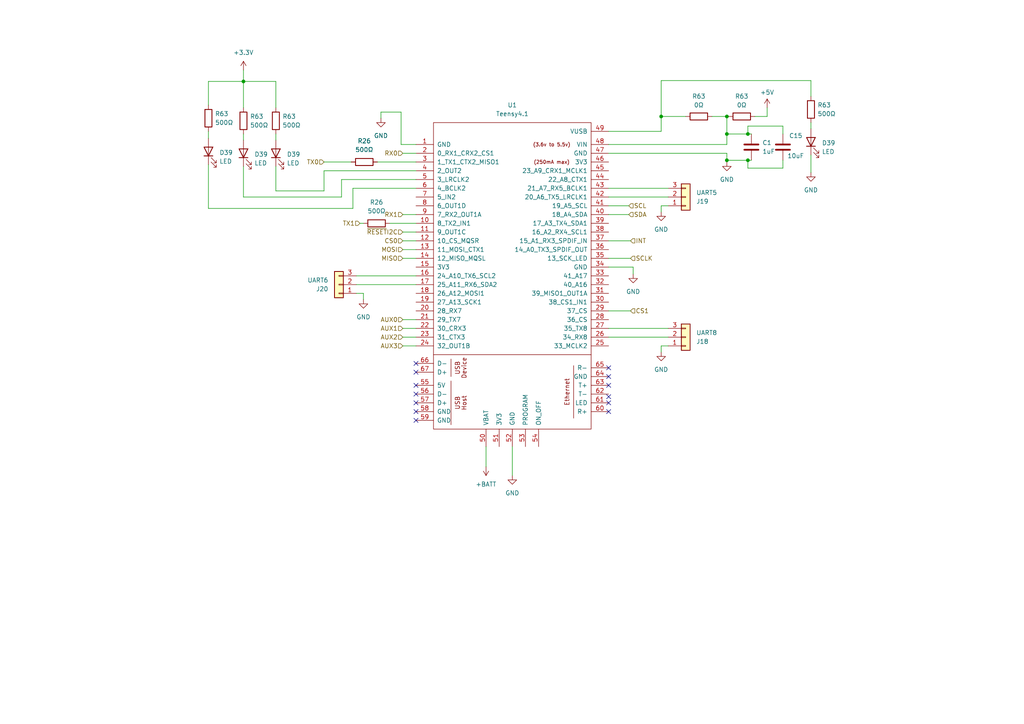
<source format=kicad_sch>
(kicad_sch (version 20230121) (generator eeschema)
  (paper "A4")
  (lib_symbols
    (symbol "Connector_Generic:Conn_01x03" (pin_names (offset 1.016) hide)
      (property "Reference" "J" (at 0 5.08 0))
      (property "Value" "Conn_01x03" (at 0 -5.08 0))
      (symbol "Conn_01x03_1_1"
        (rectangle (start -1.27 -2.413) (end 0 -2.667) (stroke (width 0.1524)))
        (rectangle (start -1.27 0.127) (end 0 -0.127) (stroke (width 0.1524)))
        (rectangle (start -1.27 2.667) (end 0 2.413) (stroke (width 0.1524)))
        (rectangle (start -1.27 3.81) (end 1.27 -3.81) (stroke (width 0.254)) (fill (type background)))
        (pin passive line (at -5.08 2.54 0) (length 3.81) (name "Pin_1") (number "1"))
        (pin passive line (at -5.08 0 0) (length 3.81) (name "Pin_2") (number "2"))
        (pin passive line (at -5.08 -2.54 0) (length 3.81) (name "Pin_3") (number "3"))
      )
    )
    (symbol "Device:C" (pin_numbers hide) (pin_names (offset 0.254))
      (property "Reference" "C" (at 0.635 2.54 0))
      (property "Value" "C" (at 0.635 -2.54 0))
      (symbol "C_0_1"
        (polyline (pts (xy -2.032 -0.762) (xy 2.032 -0.762)) (stroke (width 0.508)))
        (polyline (pts (xy -2.032 0.762) (xy 2.032 0.762)) (stroke (width 0.508)))
      )
      (symbol "C_1_1"
        (pin passive line (at 0 3.81 270) (length 2.794) (name "~") (number "1"))
        (pin passive line (at 0 -3.81 90) (length 2.794) (name "~") (number "2"))
      )
    )
    (symbol "Device:LED" (pin_numbers hide) (pin_names (offset 1.016) hide)
      (property "Reference" "D" (at 0 2.54 0))
      (property "Value" "LED" (at 0 -2.54 0))
      (symbol "LED_0_1"
        (polyline (pts (xy -1.27 -1.27) (xy -1.27 1.27)) (stroke (width 0.254)))
        (polyline (pts (xy -1.27 0) (xy 1.27 0)))
        (polyline (pts (xy 1.27 -1.27) (xy 1.27 1.27) (xy -1.27 0) (xy 1.27 -1.27)) (stroke (width 0.254)))
        (polyline (pts (xy -3.048 -0.762) (xy -4.572 -2.286) (xy -3.81 -2.286) (xy -4.572 -2.286) (xy -4.572 -1.524)))
        (polyline (pts (xy -1.778 -0.762) (xy -3.302 -2.286) (xy -2.54 -2.286) (xy -3.302 -2.286) (xy -3.302 -1.524)))
      )
      (symbol "LED_1_1"
        (pin passive line (at -3.81 0 0) (length 2.54) (name "K") (number "1"))
        (pin passive line (at 3.81 0 180) (length 2.54) (name "A") (number "2"))
      )
    )
    (symbol "Device:R" (pin_numbers hide) (pin_names (offset 0))
      (property "Reference" "R" (at 2.032 0 90))
      (property "Value" "R" (at 0 0 90))
      (symbol "R_0_1"
        (rectangle (start -1.016 -2.54) (end 1.016 2.54) (stroke (width 0.254)))
      )
      (symbol "R_1_1"
        (pin passive line (at 0 3.81 270) (length 1.27) (name "~") (number "1"))
        (pin passive line (at 0 -3.81 90) (length 1.27) (name "~") (number "2"))
      )
    )
    (symbol "Teensy:Teensy4.1" (pin_names (offset 1.016))
      (property "Reference" "U" (at 0 64.77 0))
      (property "Value" "Teensy4.1" (at 0 62.23 0))
      (symbol "Teensy4.1_0_0"
        (polyline (pts (xy -22.86 -6.35) (xy 22.86 -6.35)))
        (polyline (pts (xy -17.78 -26.67) (xy -17.78 -13.97)))
        (polyline (pts (xy -17.78 -7.62) (xy -17.78 -12.7)))
        (polyline (pts (xy 17.78 -9.525) (xy 17.78 -24.765)))
        (text "(250mA max)" (at 11.43 49.53 0) (effects (font (size 1.016 1.016))))
        (text "(3.6v to 5.5v)" (at 11.43 54.61 0) (effects (font (size 1.016 1.016))))
        (text "Device" (at -13.97 -10.16 900) (effects (font (size 1.27 1.27))))
        (text "Ethernet" (at 15.875 -17.145 900) (effects (font (size 1.27 1.27))))
        (text "Host" (at -13.97 -20.32 900) (effects (font (size 1.27 1.27))))
        (text "USB" (at -15.875 -20.32 900) (effects (font (size 1.27 1.27))))
        (text "USB" (at -15.875 -10.16 900) (effects (font (size 1.27 1.27))))
        (pin bidirectional line (at -27.94 31.75 0) (length 5.08) (name "8_TX2_IN1") (number "10"))
        (pin bidirectional line (at -27.94 29.21 0) (length 5.08) (name "9_OUT1C") (number "11"))
        (pin bidirectional line (at -27.94 26.67 0) (length 5.08) (name "10_CS_MQSR") (number "12"))
        (pin bidirectional line (at -27.94 24.13 0) (length 5.08) (name "11_MOSI_CTX1") (number "13"))
        (pin bidirectional line (at -27.94 21.59 0) (length 5.08) (name "12_MISO_MQSL") (number "14"))
        (pin power_in line (at -27.94 19.05 0) (length 5.08) (name "3V3") (number "15"))
        (pin bidirectional line (at -27.94 16.51 0) (length 5.08) (name "24_A10_TX6_SCL2") (number "16"))
        (pin bidirectional line (at -27.94 13.97 0) (length 5.08) (name "25_A11_RX6_SDA2") (number "17"))
        (pin bidirectional line (at -27.94 11.43 0) (length 5.08) (name "26_A12_MOSI1") (number "18"))
        (pin bidirectional line (at -27.94 8.89 0) (length 5.08) (name "27_A13_SCK1") (number "19"))
        (pin bidirectional line (at -27.94 6.35 0) (length 5.08) (name "28_RX7") (number "20"))
        (pin bidirectional line (at -27.94 3.81 0) (length 5.08) (name "29_TX7") (number "21"))
        (pin bidirectional line (at -27.94 1.27 0) (length 5.08) (name "30_CRX3") (number "22"))
        (pin bidirectional line (at -27.94 -1.27 0) (length 5.08) (name "31_CTX3") (number "23"))
        (pin bidirectional line (at -27.94 -3.81 0) (length 5.08) (name "32_OUT1B") (number "24"))
        (pin bidirectional line (at 27.94 -3.81 180) (length 5.08) (name "33_MCLK2") (number "25"))
        (pin bidirectional line (at 27.94 -1.27 180) (length 5.08) (name "34_RX8") (number "26"))
        (pin bidirectional line (at 27.94 1.27 180) (length 5.08) (name "35_TX8") (number "27"))
        (pin bidirectional line (at 27.94 3.81 180) (length 5.08) (name "36_CS") (number "28"))
        (pin bidirectional line (at 27.94 6.35 180) (length 5.08) (name "37_CS") (number "29"))
        (pin bidirectional line (at 27.94 8.89 180) (length 5.08) (name "38_CS1_IN1") (number "30"))
        (pin bidirectional line (at 27.94 11.43 180) (length 5.08) (name "39_MISO1_OUT1A") (number "31"))
        (pin bidirectional line (at 27.94 13.97 180) (length 5.08) (name "40_A16") (number "32"))
        (pin bidirectional line (at 27.94 16.51 180) (length 5.08) (name "41_A17") (number "33"))
        (pin bidirectional line (at 27.94 21.59 180) (length 5.08) (name "13_SCK_LED") (number "35"))
        (pin bidirectional line (at 27.94 24.13 180) (length 5.08) (name "14_A0_TX3_SPDIF_OUT") (number "36"))
        (pin bidirectional line (at 27.94 26.67 180) (length 5.08) (name "15_A1_RX3_SPDIF_IN") (number "37"))
        (pin bidirectional line (at 27.94 29.21 180) (length 5.08) (name "16_A2_RX4_SCL1") (number "38"))
        (pin bidirectional line (at 27.94 31.75 180) (length 5.08) (name "17_A3_TX4_SDA1") (number "39"))
        (pin bidirectional line (at 27.94 34.29 180) (length 5.08) (name "18_A4_SDA") (number "40"))
        (pin bidirectional line (at 27.94 36.83 180) (length 5.08) (name "19_A5_SCL") (number "41"))
        (pin bidirectional line (at 27.94 39.37 180) (length 5.08) (name "20_A6_TX5_LRCLK1") (number "42"))
        (pin bidirectional line (at 27.94 41.91 180) (length 5.08) (name "21_A7_RX5_BCLK1") (number "43"))
        (pin bidirectional line (at 27.94 44.45 180) (length 5.08) (name "22_A8_CTX1") (number "44"))
        (pin bidirectional line (at 27.94 46.99 180) (length 5.08) (name "23_A9_CRX1_MCLK1") (number "45"))
        (pin output line (at 27.94 49.53 180) (length 5.08) (name "3V3") (number "46"))
        (pin output line (at 27.94 52.07 180) (length 5.08) (name "GND") (number "47"))
        (pin power_in line (at 27.94 54.61 180) (length 5.08) (name "VIN") (number "48"))
        (pin power_out line (at 27.94 58.42 180) (length 5.08) (name "VUSB") (number "49"))
        (pin bidirectional line (at -27.94 44.45 0) (length 5.08) (name "3_LRCLK2") (number "5"))
        (pin power_in line (at -7.62 -33.02 90) (length 5.08) (name "VBAT") (number "50"))
        (pin power_in line (at -3.81 -33.02 90) (length 5.08) (name "3V3") (number "51"))
        (pin input line (at 0 -33.02 90) (length 5.08) (name "GND") (number "52"))
        (pin input line (at 3.81 -33.02 90) (length 5.08) (name "PROGRAM") (number "53"))
        (pin input line (at 7.62 -33.02 90) (length 5.08) (name "ON_OFF") (number "54"))
        (pin power_out line (at -27.94 -15.24 0) (length 5.08) (name "5V") (number "55"))
        (pin bidirectional line (at -27.94 -17.78 0) (length 5.08) (name "D-") (number "56"))
        (pin bidirectional line (at -27.94 -20.32 0) (length 5.08) (name "D+") (number "57"))
        (pin power_in line (at -27.94 -22.86 0) (length 5.08) (name "GND") (number "58"))
        (pin power_in line (at -27.94 -25.4 0) (length 5.08) (name "GND") (number "59"))
        (pin bidirectional line (at -27.94 41.91 0) (length 5.08) (name "4_BCLK2") (number "6"))
        (pin bidirectional line (at 27.94 -22.86 180) (length 5.08) (name "R+") (number "60"))
        (pin bidirectional line (at 27.94 -20.32 180) (length 5.08) (name "LED") (number "61"))
        (pin bidirectional line (at 27.94 -17.78 180) (length 5.08) (name "T-") (number "62"))
        (pin bidirectional line (at 27.94 -15.24 180) (length 5.08) (name "T+") (number "63"))
        (pin power_in line (at 27.94 -12.7 180) (length 5.08) (name "GND") (number "64"))
        (pin bidirectional line (at 27.94 -10.16 180) (length 5.08) (name "R-") (number "65"))
        (pin bidirectional line (at -27.94 -8.89 0) (length 5.08) (name "D-") (number "66"))
        (pin bidirectional line (at -27.94 -11.43 0) (length 5.08) (name "D+") (number "67"))
        (pin bidirectional line (at -27.94 39.37 0) (length 5.08) (name "5_IN2") (number "7"))
        (pin bidirectional line (at -27.94 36.83 0) (length 5.08) (name "6_OUT1D") (number "8"))
        (pin bidirectional line (at -27.94 34.29 0) (length 5.08) (name "7_RX2_OUT1A") (number "9"))
      )
      (symbol "Teensy4.1_0_1"
        (rectangle (start -22.86 60.96) (end 22.86 -27.94))
        (rectangle (start -20.32 -1.27) (end -20.32 -1.27))
      )
      (symbol "Teensy4.1_1_1"
        (pin power_in line (at -27.94 54.61 0) (length 5.08) (name "GND") (number "1"))
        (pin bidirectional line (at -27.94 52.07 0) (length 5.08) (name "0_RX1_CRX2_CS1") (number "2"))
        (pin bidirectional line (at -27.94 49.53 0) (length 5.08) (name "1_TX1_CTX2_MISO1") (number "3"))
        (pin power_in line (at 27.94 19.05 180) (length 5.08) (name "GND") (number "34"))
        (pin bidirectional line (at -27.94 46.99 0) (length 5.08) (name "2_OUT2") (number "4"))
      )
    )
    (symbol "power:+3.3V" (power) (pin_names (offset 0))
      (property "Value" "+3.3V" (at 0 3.556 0))
      (symbol "+3.3V_0_1"
        (polyline (pts (xy -0.762 1.27) (xy 0 2.54)))
        (polyline (pts (xy 0 0) (xy 0 2.54)))
        (polyline (pts (xy 0 2.54) (xy 0.762 1.27)))
      )
      (symbol "+3.3V_1_1"
        (pin power_in line (at 0 0 90) (length 0) hide (name "+3.3V") (number "1"))
      )
    )
    (symbol "power:+5V" (power) (pin_names (offset 0))
      (property "Value" "+5V" (at 0 3.556 0))
      (symbol "+5V_0_1"
        (polyline (pts (xy -0.762 1.27) (xy 0 2.54)))
        (polyline (pts (xy 0 0) (xy 0 2.54)))
        (polyline (pts (xy 0 2.54) (xy 0.762 1.27)))
      )
      (symbol "+5V_1_1"
        (pin power_in line (at 0 0 90) (length 0) hide (name "+5V") (number "1"))
      )
    )
    (symbol "power:+BATT" (power) (pin_names (offset 0))
      (property "Value" "+BATT" (at 0 3.556 0))
      (symbol "+BATT_0_1"
        (polyline (pts (xy -0.762 1.27) (xy 0 2.54)))
        (polyline (pts (xy 0 0) (xy 0 2.54)))
        (polyline (pts (xy 0 2.54) (xy 0.762 1.27)))
      )
      (symbol "+BATT_1_1"
        (pin power_in line (at 0 0 90) (length 0) hide (name "+BATT") (number "1"))
      )
    )
    (symbol "power:GND" (power) (pin_names (offset 0))
      (property "Value" "GND" (at 0 -3.81 0))
      (symbol "GND_0_1"
        (polyline (pts (xy 0 0) (xy 0 -1.27) (xy 1.27 -1.27) (xy 0 -2.54) (xy -1.27 -1.27) (xy 0 -1.27)))
      )
      (symbol "GND_1_1"
        (pin power_in line (at 0 0 270) (length 0) hide (name "GND") (number "1"))
      )
    )
  )
  (junction (at 191.77 33.782))
  (junction (at 210.82 33.782))
  (junction (at 216.916 38.862))
  (junction (at 216.916 46.482))
  (junction (at 210.82 46.482))
  (junction (at 70.612 23.622))
  (junction (at 210.82 38.862))
  (no_connect (at 120.65 107.95))
  (no_connect (at 176.53 111.76))
  (no_connect (at 176.53 116.84))
  (no_connect (at 120.65 114.3))
  (no_connect (at 176.53 115.062))
  (no_connect (at 120.65 121.92))
  (no_connect (at 120.65 116.84))
  (no_connect (at 176.53 109.22))
  (no_connect (at 120.65 119.38))
  (no_connect (at 120.65 111.76))
  (no_connect (at 176.53 119.38))
  (no_connect (at 120.65 105.41))
  (no_connect (at 176.53 106.68))
  (wire (pts (xy 218.948 33.782) (xy 222.504 33.782)))
  (wire (pts (xy 176.53 74.93) (xy 182.88 74.93)))
  (wire (pts (xy 116.84 74.93) (xy 120.65 74.93)))
  (wire (pts (xy 227.076 36.576) (xy 227.076 38.862)))
  (wire (pts (xy 176.53 69.85) (xy 182.88 69.85)))
  (wire (pts (xy 60.452 38.1) (xy 60.452 40.132)))
  (wire (pts (xy 105.41 86.868) (xy 105.41 85.09)))
  (wire (pts (xy 70.612 57.15) (xy 99.06 57.15)))
  (wire (pts (xy 120.65 80.01) (xy 103.378 80.01)))
  (wire (pts (xy 113.03 64.77) (xy 120.65 64.77)))
  (wire (pts (xy 116.332 41.91) (xy 116.332 32.512)))
  (wire (pts (xy 102.362 60.452) (xy 60.452 60.452)))
  (wire (pts (xy 60.452 23.622) (xy 60.452 30.48)))
  (wire (pts (xy 70.612 23.622) (xy 70.612 31.242)))
  (wire (pts (xy 93.98 46.99) (xy 101.854 46.99)))
  (wire (pts (xy 93.98 55.372) (xy 80.01 55.372)))
  (wire (pts (xy 148.59 129.54) (xy 148.59 137.922)))
  (wire (pts (xy 176.53 38.1) (xy 191.77 38.1)))
  (wire (pts (xy 210.82 46.482) (xy 210.82 46.99)))
  (wire (pts (xy 70.612 48.26) (xy 70.612 57.15)))
  (wire (pts (xy 93.98 49.53) (xy 120.65 49.53)))
  (wire (pts (xy 206.502 33.782) (xy 210.82 33.782)))
  (wire (pts (xy 70.612 23.622) (xy 60.452 23.622)))
  (wire (pts (xy 176.53 44.45) (xy 210.82 44.45)))
  (wire (pts (xy 191.77 100.33) (xy 193.802 100.33)))
  (wire (pts (xy 191.77 33.782) (xy 198.882 33.782)))
  (wire (pts (xy 210.82 33.782) (xy 210.82 38.862)))
  (wire (pts (xy 176.53 77.47) (xy 183.642 77.47)))
  (wire (pts (xy 191.77 23.368) (xy 235.204 23.368)))
  (wire (pts (xy 235.204 23.368) (xy 235.204 27.94)))
  (wire (pts (xy 210.82 38.862) (xy 210.82 41.91)))
  (wire (pts (xy 102.362 54.61) (xy 102.362 60.452)))
  (wire (pts (xy 191.77 59.69) (xy 193.802 59.69)))
  (wire (pts (xy 104.394 64.77) (xy 105.41 64.77)))
  (wire (pts (xy 191.77 38.1) (xy 191.77 33.782)))
  (wire (pts (xy 176.53 59.69) (xy 182.372 59.69)))
  (wire (pts (xy 60.452 47.752) (xy 60.452 60.452)))
  (wire (pts (xy 227.076 48.768) (xy 227.076 46.482)))
  (wire (pts (xy 116.84 69.85) (xy 120.65 69.85)))
  (wire (pts (xy 176.53 62.23) (xy 182.372 62.23)))
  (wire (pts (xy 116.84 92.71) (xy 120.65 92.71)))
  (wire (pts (xy 116.84 62.23) (xy 120.65 62.23)))
  (wire (pts (xy 235.204 35.56) (xy 235.204 37.338)))
  (wire (pts (xy 216.916 36.576) (xy 227.076 36.576)))
  (wire (pts (xy 183.642 77.47) (xy 183.642 79.502)))
  (wire (pts (xy 99.06 52.07) (xy 120.65 52.07)))
  (wire (pts (xy 93.98 49.53) (xy 93.98 55.372)))
  (wire (pts (xy 191.77 33.782) (xy 191.77 23.368)))
  (wire (pts (xy 235.204 44.958) (xy 235.204 50.038)))
  (wire (pts (xy 216.916 46.482) (xy 217.932 46.482)))
  (wire (pts (xy 140.97 129.54) (xy 140.97 135.382)))
  (wire (pts (xy 116.84 72.39) (xy 120.65 72.39)))
  (wire (pts (xy 211.328 33.782) (xy 210.82 33.782)))
  (wire (pts (xy 210.82 38.862) (xy 216.916 38.862)))
  (wire (pts (xy 80.01 48.26) (xy 80.01 55.372)))
  (wire (pts (xy 176.53 41.91) (xy 210.82 41.91)))
  (wire (pts (xy 116.84 97.79) (xy 120.65 97.79)))
  (wire (pts (xy 120.65 82.55) (xy 103.378 82.55)))
  (wire (pts (xy 216.916 48.768) (xy 227.076 48.768)))
  (wire (pts (xy 216.916 38.862) (xy 217.932 38.862)))
  (wire (pts (xy 70.612 23.622) (xy 80.01 23.622)))
  (wire (pts (xy 116.84 95.25) (xy 120.65 95.25)))
  (wire (pts (xy 80.01 23.622) (xy 80.01 31.242)))
  (wire (pts (xy 222.504 33.782) (xy 222.504 31.242)))
  (wire (pts (xy 176.53 54.61) (xy 193.802 54.61)))
  (wire (pts (xy 210.82 46.482) (xy 216.916 46.482)))
  (wire (pts (xy 120.65 41.91) (xy 116.332 41.91)))
  (wire (pts (xy 176.53 57.15) (xy 193.802 57.15)))
  (wire (pts (xy 116.84 100.33) (xy 120.65 100.33)))
  (wire (pts (xy 102.362 54.61) (xy 120.65 54.61)))
  (wire (pts (xy 176.53 95.25) (xy 193.802 95.25)))
  (wire (pts (xy 216.916 46.482) (xy 216.916 48.768)))
  (wire (pts (xy 70.612 38.862) (xy 70.612 40.64)))
  (wire (pts (xy 116.84 67.31) (xy 120.65 67.31)))
  (wire (pts (xy 70.612 20.32) (xy 70.612 23.622)))
  (wire (pts (xy 210.82 44.45) (xy 210.82 46.482)))
  (wire (pts (xy 216.916 38.862) (xy 216.916 36.576)))
  (wire (pts (xy 110.49 32.512) (xy 110.49 34.29)))
  (wire (pts (xy 116.84 44.45) (xy 120.65 44.45)))
  (wire (pts (xy 191.77 61.468) (xy 191.77 59.69)))
  (wire (pts (xy 99.06 57.15) (xy 99.06 52.07)))
  (wire (pts (xy 176.53 90.17) (xy 182.88 90.17)))
  (wire (pts (xy 105.41 85.09) (xy 103.378 85.09)))
  (wire (pts (xy 80.01 38.862) (xy 80.01 40.64)))
  (wire (pts (xy 191.77 102.108) (xy 191.77 100.33)))
  (wire (pts (xy 109.474 46.99) (xy 120.65 46.99)))
  (wire (pts (xy 176.53 97.79) (xy 193.802 97.79)))
  (wire (pts (xy 116.332 32.512) (xy 110.49 32.512)))
  (hierarchical_label "SDA" (shape input) (at 182.372 62.23 0))
  (hierarchical_label "~{RESET}I2C" (shape input) (at 116.84 67.31 180))
  (hierarchical_label "MOSI" (shape input) (at 116.84 72.39 180))
  (hierarchical_label "AUX0" (shape input) (at 116.84 92.71 180))
  (hierarchical_label "MISO" (shape input) (at 116.84 74.93 180))
  (hierarchical_label "CS0" (shape input) (at 116.84 69.85 180))
  (hierarchical_label "AUX3" (shape input) (at 116.84 100.33 180))
  (hierarchical_label "INT" (shape input) (at 182.88 69.85 0))
  (hierarchical_label "TX0" (shape input) (at 93.98 46.99 180))
  (hierarchical_label "AUX2" (shape input) (at 116.84 97.79 180))
  (hierarchical_label "SCLK" (shape input) (at 182.88 74.93 0))
  (hierarchical_label "TX1" (shape input) (at 104.394 64.77 180))
  (hierarchical_label "RX1" (shape input) (at 116.84 62.23 180))
  (hierarchical_label "CS1" (shape input) (at 182.88 90.17 0))
  (hierarchical_label "SCL" (shape input) (at 182.372 59.69 0))
  (hierarchical_label "RX0" (shape input) (at 116.84 44.45 180))
  (hierarchical_label "AUX1" (shape input) (at 116.84 95.25 180))
  (symbol (lib_id "Device:R") (at 70.612 35.052 180) (unit 1)
    (property "Reference" "R63" (at 72.517 33.782 0) (effects (justify right)))
    (property "Value" "500Ω" (at 72.517 36.322 0) (effects (justify right)))
    (property "Footprint" "Resistor_SMD:R_0805_2012Metric" (effects hide))
    (instances (project "TeensyIrrigation" (path "" (reference "R63") (unit 1)) (path "" (reference "R57") (unit 1)) (path "" (reference "R61") (unit 1))))
  )
  (symbol (lib_id "Teensy:Teensy4.1") (at 148.59 96.52 0) (unit 1)
    (property "Reference" "U1" (at 148.59 30.48 0))
    (property "Value" "Teensy4.1" (at 148.59 33.02 0))
    (property "Footprint" "Teensy:Teensy41" (effects hide))
  )
  (symbol (lib_id "Device:LED") (at 80.01 44.45 90) (unit 1)
    (property "Reference" "D39" (at 83.185 44.7675 90) (effects (justify right)))
    (property "Value" "LED" (at 83.185 47.3075 90) (effects (justify right)))
    (property "Footprint" "LED_SMD:LED_0805_2012Metric" (effects hide))
    (instances (project "TeensyIrrigation" (path "" (reference "D39") (unit 1)) (path "" (reference "D44") (unit 1))))
  )
  (symbol (lib_id "Device:R") (at 215.138 33.782 270) (unit 1)
    (property "Reference" "R63" (at 215.138 27.94 90))
    (property "Value" "0Ω" (at 215.138 30.48 90))
    (property "Footprint" "Resistor_SMD:R_0805_2012Metric" (effects hide))
    (instances (project "TeensyIrrigation" (path "" (reference "R63") (unit 1)) (path "" (reference "R57") (unit 1)) (path "" (reference "R14") (unit 1))))
  )
  (symbol (lib_id "power:GND") (at 191.77 61.468 0) (unit 1)
    (property "Reference" "#PWR0102" (effects hide))
    (property "Value" "GND" (at 191.77 66.548 0))
  )
  (symbol (lib_id "Device:R") (at 235.204 31.75 180) (unit 1)
    (property "Reference" "R63" (at 237.109 30.48 0) (effects (justify right)))
    (property "Value" "500Ω" (at 237.109 33.02 0) (effects (justify right)))
    (property "Footprint" "Resistor_SMD:R_0805_2012Metric" (effects hide))
    (instances (project "TeensyIrrigation" (path "" (reference "R63") (unit 1)) (path "" (reference "R57") (unit 1)) (path "" (reference "R59") (unit 1))))
  )
  (symbol (lib_id "Device:C") (at 227.076 42.672 0) (unit 1)
    (property "Reference" "C15" (at 228.854 39.37 0) (effects (justify left)))
    (property "Value" "10uF" (at 228.346 45.212 0) (effects (justify left)))
    (property "Footprint" "Capacitor_SMD:C_0805_2012Metric" (effects hide))
  )
  (symbol (lib_id "power:GND") (at 148.59 137.922 0) (unit 1)
    (property "Reference" "#PWR06" (effects hide))
    (property "Value" "GND" (at 148.59 143.002 0))
  )
  (symbol (lib_id "power:+BATT") (at 140.97 135.382 180) (unit 1)
    (property "Reference" "#PWR05" (effects hide))
    (property "Value" "+BATT" (at 140.97 140.462 0))
  )
  (symbol (lib_id "Connector_Generic:Conn_01x03") (at 98.298 82.55 180) (unit 1)
    (property "Reference" "J20" (at 95.25 83.82 0) (effects (justify left)))
    (property "Value" "UART6" (at 95.25 81.28 0) (effects (justify left)))
    (property "Footprint" "Connector_PinHeader_2.54mm:PinHeader_1x03_P2.54mm_Vertical" (effects hide))
  )
  (symbol (lib_id "Device:R") (at 60.452 34.29 180) (unit 1)
    (property "Reference" "R63" (at 62.357 33.02 0) (effects (justify right)))
    (property "Value" "500Ω" (at 62.357 35.56 0) (effects (justify right)))
    (property "Footprint" "Resistor_SMD:R_0805_2012Metric" (effects hide))
    (instances (project "TeensyIrrigation" (path "" (reference "R63") (unit 1)) (path "" (reference "R57") (unit 1)) (path "" (reference "R60") (unit 1))))
  )
  (symbol (lib_id "power:GND") (at 183.642 79.502 0) (unit 1)
    (property "Reference" "#PWR07" (effects hide))
    (property "Value" "GND" (at 183.642 84.582 0))
  )
  (symbol (lib_id "Device:R") (at 109.22 64.77 270) (unit 1)
    (property "Reference" "R26" (at 109.22 58.674 90))
    (property "Value" "500Ω" (at 109.22 61.214 90))
    (property "Footprint" "Resistor_SMD:R_0805_2012Metric" (effects hide))
    (instances (project "TeensyIrrigation" (path "" (reference "R26") (unit 1)) (path "" (reference "R30") (unit 1))))
  )
  (symbol (lib_id "Device:LED") (at 235.204 41.148 90) (unit 1)
    (property "Reference" "D39" (at 238.379 41.4655 90) (effects (justify right)))
    (property "Value" "LED" (at 238.379 44.0055 90) (effects (justify right)))
    (property "Footprint" "LED_SMD:LED_0805_2012Metric" (effects hide))
    (instances (project "TeensyIrrigation" (path "" (reference "D39") (unit 1)) (path "" (reference "D41") (unit 1))))
  )
  (symbol (lib_id "Connector_Generic:Conn_01x03") (at 198.882 97.79 0) (mirror x) (unit 1)
    (property "Reference" "J18" (at 201.93 99.06 0) (effects (justify left)))
    (property "Value" "UART8" (at 201.93 96.52 0) (effects (justify left)))
    (property "Footprint" "Connector_PinHeader_2.54mm:PinHeader_1x03_P2.54mm_Vertical" (effects hide))
  )
  (symbol (lib_id "power:GND") (at 191.77 102.108 0) (unit 1)
    (property "Reference" "#PWR017" (effects hide))
    (property "Value" "GND" (at 191.77 107.188 0))
  )
  (symbol (lib_id "power:GND") (at 110.49 34.29 0) (unit 1)
    (property "Reference" "#PWR04" (effects hide))
    (property "Value" "GND" (at 110.49 39.37 0))
  )
  (symbol (lib_id "Device:LED") (at 70.612 44.45 90) (unit 1)
    (property "Reference" "D39" (at 73.787 44.7675 90) (effects (justify right)))
    (property "Value" "LED" (at 73.787 47.3075 90) (effects (justify right)))
    (property "Footprint" "LED_SMD:LED_0805_2012Metric" (effects hide))
    (instances (project "TeensyIrrigation" (path "" (reference "D39") (unit 1)) (path "" (reference "D43") (unit 1))))
  )
  (symbol (lib_id "power:GND") (at 210.82 46.99 0) (unit 1)
    (property "Reference" "#PWR09" (effects hide))
    (property "Value" "GND" (at 210.82 52.07 0))
  )
  (symbol (lib_id "Device:R") (at 202.692 33.782 270) (unit 1)
    (property "Reference" "R63" (at 202.692 27.94 90))
    (property "Value" "0Ω" (at 202.692 30.48 90))
    (property "Footprint" "Resistor_SMD:R_0805_2012Metric" (effects hide))
    (instances (project "TeensyIrrigation" (path "" (reference "R63") (unit 1)) (path "" (reference "R57") (unit 1)) (path "" (reference "R18") (unit 1))))
  )
  (symbol (lib_id "power:GND") (at 235.204 50.038 0) (unit 1)
    (property "Reference" "#PWR0140" (effects hide))
    (property "Value" "GND" (at 235.204 55.118 0))
  )
  (symbol (lib_id "power:GND") (at 105.41 86.868 0) (mirror y) (unit 1)
    (property "Reference" "#PWR0104" (effects hide))
    (property "Value" "GND" (at 105.41 91.948 0))
  )
  (symbol (lib_id "Device:R") (at 80.01 35.052 180) (unit 1)
    (property "Reference" "R63" (at 81.915 33.782 0) (effects (justify right)))
    (property "Value" "500Ω" (at 81.915 36.322 0) (effects (justify right)))
    (property "Footprint" "Resistor_SMD:R_0805_2012Metric" (effects hide))
    (instances (project "TeensyIrrigation" (path "" (reference "R63") (unit 1)) (path "" (reference "R57") (unit 1)) (path "" (reference "R62") (unit 1))))
  )
  (symbol (lib_id "Device:LED") (at 60.452 43.942 90) (unit 1)
    (property "Reference" "D39" (at 63.627 44.2595 90) (effects (justify right)))
    (property "Value" "LED" (at 63.627 46.7995 90) (effects (justify right)))
    (property "Footprint" "LED_SMD:LED_0805_2012Metric" (effects hide))
    (instances (project "TeensyIrrigation" (path "" (reference "D39") (unit 1)) (path "" (reference "D42") (unit 1))))
  )
  (symbol (lib_id "power:+3.3V") (at 70.612 20.32 0) (unit 1)
    (property "Reference" "#PWR0144" (effects hide))
    (property "Value" "+3.3V" (at 70.612 15.24 0))
  )
  (symbol (lib_id "Device:R") (at 105.664 46.99 270) (unit 1)
    (property "Reference" "R26" (at 105.664 40.894 90))
    (property "Value" "500Ω" (at 105.664 43.434 90))
    (property "Footprint" "Resistor_SMD:R_0805_2012Metric" (effects hide))
    (instances (project "TeensyIrrigation" (path "" (reference "R26") (unit 1)) (path "" (reference "R34") (unit 1))))
  )
  (symbol (lib_id "Device:C") (at 217.932 42.672 0) (unit 1)
    (property "Reference" "C1" (at 221.107 41.402 0) (effects (justify left)))
    (property "Value" "1uF" (at 221.107 43.942 0) (effects (justify left)))
    (property "Footprint" "Capacitor_SMD:C_0805_2012Metric" (effects hide))
  )
  (symbol (lib_id "power:+5V") (at 222.504 31.242 0) (unit 1)
    (property "Reference" "#PWR08" (effects hide))
    (property "Value" "+5V" (at 222.504 26.797 0))
  )
  (symbol (lib_id "Connector_Generic:Conn_01x03") (at 198.882 57.15 0) (mirror x) (unit 1)
    (property "Reference" "J19" (at 201.93 58.42 0) (effects (justify left)))
    (property "Value" "UART5" (at 201.93 55.88 0) (effects (justify left)))
    (property "Footprint" "Connector_PinHeader_2.54mm:PinHeader_1x03_P2.54mm_Vertical" (effects hide))
  )
)
</source>
